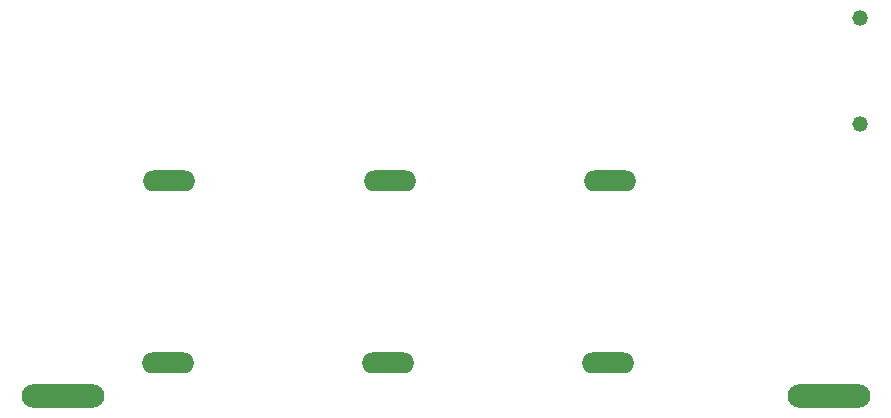
<source format=gbr>
%TF.GenerationSoftware,Altium Limited,Altium Designer,21.6.4 (81)*%
G04 Layer_Color=0*
%FSLAX26Y26*%
%MOIN*%
%TF.SameCoordinates,BD845C9F-3E28-4BEA-89B7-7B09B8E8D9D1*%
%TF.FilePolarity,Positive*%
%TF.FileFunction,NonPlated,1,4,NPTH,Drill*%
%TF.Part,Single*%
G01*
G75*
%TA.AperFunction,ComponentDrill*%
%ADD193C,0.051968*%
%ADD194O,0.175000X0.070000*%
%TA.AperFunction,OtherDrill,Pad Free-0 (3165.194mil,2116.662mil)*%
%ADD195O,0.275591X0.078740*%
%TA.AperFunction,OtherDrill,Pad Free-0 (610.194mil,2116.662mil)*%
%ADD196O,0.275591X0.078740*%
D193*
X3268353Y3377876D02*
D03*
Y3023545D02*
D03*
D194*
X2433407Y2834882D02*
D03*
X1700257Y2835000D02*
D03*
X2429470Y2226732D02*
D03*
X1696321Y2226850D02*
D03*
X964824Y2834882D02*
D03*
X960888Y2226732D02*
D03*
D195*
X3165194Y2116662D02*
D03*
D196*
X610194D02*
D03*
%TF.MD5,701cd452676e85c3256b86c79f7f6ee1*%
M02*

</source>
